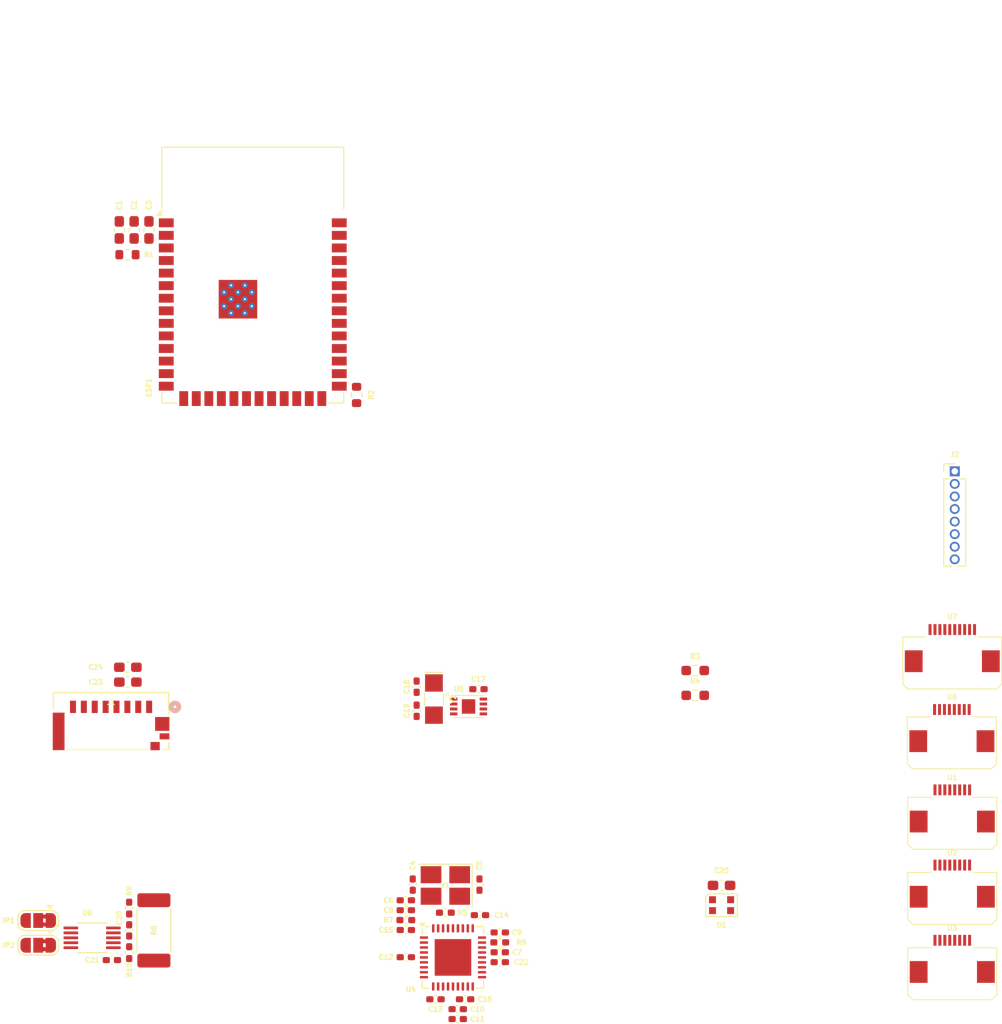
<source format=kicad_pcb>
(kicad_pcb (version 20240108) (generator "pcbnew") (generator_version "8.0")
  (layers (0 "F.Cu" signal) (31 "B.Cu" signal) (34 "B.Paste" user) (35 "F.Paste" user) (36 "B.SilkS" user "B.Silkscreen") (37 "F.SilkS" user "F.Silkscreen") (38 "B.Mask" user) (39 "F.Mask" user) (44 "Edge.Cuts" user))
  (net 0 "")
  (net 1 "Net-(ESP1-EN)")
  (net 2 "GND")
  (net 3 "+3V3")
  (net 4 "Net-(U4-CRFILT)")
  (net 5 "Net-(U4-PLLFILT)")
  (net 6 "Net-(U4-RESET_N)")
  (net 7 "Net-(U4-XTALIN{slash}CLKIN)")
  (net 8 "Net-(U4-XTALOUT)")
  (net 9 "Net-(U5-X1)")
  (net 10 "Net-(U5-X2)")
  (net 11 "Net-(U6-VIN-)")
  (net 12 "Net-(U6-VBUS)")
  (net 13 "+5VP")
  (net 39 "Net-(ESP1-GPIO0{slash}BOOT)")
  (net 48 "I2C SCL")
  (net 49 "I2C SDA")
  (net 50 "Net-(U4-RBIAS)")
  (net 51 "+5V")
  (net 52 "Gesture GPIO 1")
  (net 54 "Debug LED")
  (net 55 "Gesture GPIO 2")
  (net 56 "Snoot UART TX")
  (net 57 "Snoot USB -")
  (net 58 "Snoot USB +")
  (net 59 "Snoot UART RX")
  (net 69 "Power USB +")
  (net 73 "Power USB -")
  (net 76 "Net-(J3-Pin_1)")
  (net 78 "Net-(JP2-C)")
  (net 79 "Net-(JP1-C)")
  (net 80 "SD SPI CS")
  (net 81 "SD SPI CLK")
  (net 83 "SD SPI MOSI")
  (net 84 "SD SPI MISO")
  (net 86 "Photoresistor 1")
  (net 87 "Photoresistor 2")
  (net 88 "Fan 0")
  (net 89 "Mic Analog")
  (net 90 "Fan 1")
  (net 91 "Main USB -")
  (net 92 "Main USB +")
  (net 93 "HUD USB -")
  (net 94 "HUD USB +")
  (net 95 "HUD UART TX")
  (net 96 "HUD UART RX")
  (net 98 "Power UART TX")
  (net 99 "Power GPIO 1")
  (net 100 "Power UART RX")
  (net 101 "Power GPIO 0")
  (footprint "Connector_PinHeader_1.27mm:PinHeader_1x08_P1.27mm_Vertical" (layer "F.Cu") (at 118.25 138.11)
    (property "Reference" "J2" (at 0 -1.695 0) (layer "F.SilkS") (effects (font (size 0.5 0.5))))
    (property "Value" "C Pins" (hide yes))
    (pad "1" thru_hole rect (at 0 0) (size 1 1) (drill 0.65) (layers "*.Cu" "*.Mask") (net 2 "GND"))
    (pad "2" thru_hole oval (at 0 1.27) (size 1 1) (drill 0.65) (layers "*.Cu" "*.Mask") (net 96 "HUD UART RX"))
    (pad "3" thru_hole oval (at 0 2.54) (size 1 1) (drill 0.65) (layers "*.Cu" "*.Mask") (net 95 "HUD UART TX"))
    (pad "4" thru_hole oval (at 0 3.81) (size 1 1) (drill 0.65) (layers "*.Cu" "*.Mask") (net 51 "+5V"))
    (pad "5" thru_hole oval (at 0 5.08) (size 1 1) (drill 0.65) (layers "*.Cu" "*.Mask") (net 51 "+5V"))
    (pad "6" thru_hole oval (at 0 6.35) (size 1 1) (drill 0.65) (layers "*.Cu" "*.Mask") (net 94 "HUD USB +"))
    (pad "7" thru_hole oval (at 0 7.62) (size 1 1) (drill 0.65) (layers "*.Cu" "*.Mask") (net 93 "HUD USB -"))
    (pad "8" thru_hole oval (at 0 8.89) (size 1 1) (drill 0.65) (layers "*.Cu" "*.Mask") (net 2 "GND"))
  )
  (footprint "Capacitor_SMD:C_0402_1005Metric_Pad0.74x0.62mm_HandSolder" (layer "F.Cu") (at 63.43 179.8725 -90)
    (property "Reference" "C4" (at -1.9125 0 90) (layer "F.SilkS") (effects (font (size 0.5 0.5))))
    (property "Value" "18pf" (hide yes))
    (pad "1" smd roundrect (at -0.5675 0 270) (size 0.735 0.62) (layers "F.Cu" "F.Paste" "F.Mask") (net 2 "GND"))
    (pad "2" smd roundrect (at 0.5675 0 270) (size 0.735 0.62) (layers "F.Cu" "F.Paste" "F.Mask") (net 7 "Net-(U4-XTALIN{slash}CLKIN)"))
  )
  (footprint "Capacitor_SMD:C_0402_1005Metric_Pad0.74x0.62mm_HandSolder" (layer "F.Cu") (at 62.73 181.46 180)
    (property "Reference" "C6" (at 1.75 0 0) (layer "F.SilkS") (effects (font (size 0.5 0.5))))
    (property "Value" "1uF" (hide yes))
    (pad "1" smd roundrect (at -0.5675 0 180) (size 0.735 0.62) (layers "F.Cu" "F.Paste" "F.Mask") (net 5 "Net-(U4-PLLFILT)"))
    (pad "2" smd roundrect (at 0.5675 0 180) (size 0.735 0.62) (layers "F.Cu" "F.Paste" "F.Mask") (net 2 "GND"))
  )
  (footprint "Capacitor_SMD:C_0402_1005Metric_Pad0.74x0.62mm_HandSolder" (layer "F.Cu") (at 70.23 182.96)
    (property "Reference" "C14" (at 2.1825 0 0) (layer "F.SilkS") (effects (font (size 0.5 0.5))))
    (property "Value" "0.1uF" (hide yes))
    (pad "1" smd roundrect (at -0.5675 0) (size 0.735 0.62) (layers "F.Cu" "F.Paste" "F.Mask") (net 3 "+3V3"))
    (pad "2" smd roundrect (at 0.5675 0) (size 0.735 0.62) (layers "F.Cu" "F.Paste" "F.Mask") (net 2 "GND"))
  )
  (footprint "FFC:FFC-10-0.5" (layer "F.Cu") (at 118 154.75)
    (property "Reference" "U7" (at 0 -1.95 0) (layer "F.SilkS") (effects (font (size 0.5 0.5) (thickness 0.1))))
    (property "Value" "M FFC" (hide yes))
    (pad "" smd rect (at -3.9 2.55) (size 1.8 2.2) (layers "F.Cu" "F.Paste" "F.Mask"))
    (pad "" smd rect (at 3.9 2.55) (size 1.8 2.2) (layers "F.Cu" "F.Paste" "F.Mask"))
    (pad "1" smd rect (at -2.25 -0.65) (size 0.3 1.1) (layers "F.Cu" "F.Paste" "F.Mask") (net 2 "GND"))
    (pad "2" smd rect (at -1.75 -0.65) (size 0.3 1.1) (layers "F.Cu" "F.Paste" "F.Mask") (net 100 "Power UART RX"))
    (pad "3" smd rect (at -1.25 -0.649999) (size 0.3 1.1) (layers "F.Cu" "F.Paste" "F.Mask") (net 98 "Power UART TX"))
    (pad "4" smd rect (at -0.75 -0.65) (size 0.3 1.1) (layers "F.Cu" "F.Paste" "F.Mask") (net 101 "Power GPIO 0"))
    (pad "5" smd rect (at -0.25 -0.65) (size 0.3 1.1) (layers "F.Cu" "F.Paste" "F.Mask") (net 13 "+5VP"))
    (pad "6" smd rect (at 0.250001 -0.65) (size 0.3 1.1) (layers "F.Cu" "F.Paste" "F.Mask") (net 13 "+5VP"))
    (pad "7" smd rect (at 0.75 -0.65) (size 0.3 1.1) (layers "F.Cu" "F.Paste" "F.Mask") (net 99 "Power GPIO 1"))
    (pad "8" smd rect (at 1.249999 -0.65) (size 0.3 1.1) (layers "F.Cu" "F.Paste" "F.Mask") (net 69 "Power USB +"))
    (pad "9" smd rect (at 1.75 -0.65) (size 0.3 1.1) (layers "F.Cu" "F.Paste" "F.Mask") (net 73 "Power USB -"))
    (pad "10" smd rect (at 2.25 -0.65) (size 0.3 1.1) (layers "F.Cu" "F.Paste" "F.Mask") (net 2 "GND"))
  )
  (footprint "Capacitor_SMD:C_0402_1005Metric_Pad0.74x0.62mm_HandSolder" (layer "F.Cu") (at 72.23 186.71)
    (property "Reference" "C7" (at 1.75 0 0) (layer "F.SilkS") (effects (font (size 0.5 0.5))))
    (property "Value" "0.1uF" (hide yes))
    (pad "1" smd roundrect (at -0.5675 0) (size 0.735 0.62) (layers "F.Cu" "F.Paste" "F.Mask") (net 6 "Net-(U4-RESET_N)"))
    (pad "2" smd roundrect (at 0.5675 0) (size 0.735 0.62) (layers "F.Cu" "F.Paste" "F.Mask") (net 2 "GND"))
  )
  (footprint "Capacitor_SMD:C_0402_1005Metric_Pad0.74x0.62mm_HandSolder" (layer "F.Cu") (at 33 187.5 180)
    (property "Reference" "C21" (at 2 0 0) (layer "F.SilkS") (effects (font (size 0.5 0.5))))
    (property "Value" "0.1uF" (hide yes))
    (pad "1" smd roundrect (at -0.5675 0 180) (size 0.735 0.62) (layers "F.Cu" "F.Paste" "F.Mask") (net 3 "+3V3"))
    (pad "2" smd roundrect (at 0.5675 0 180) (size 0.735 0.62) (layers "F.Cu" "F.Paste" "F.Mask") (net 2 "GND"))
  )
  (footprint "FFC:FFC-8-0.5" (layer "F.Cu") (at 117.96 162.83)
    (property "Reference" "U8" (at 0 -1.9 0) (layer "F.SilkS") (effects (font (size 0.5 0.5) (thickness 0.1))))
    (property "Value" "F FFC" (hide yes))
    (pad "" smd rect (at -3.4 2.55) (size 1.8 2.2) (layers "F.Cu" "F.Paste" "F.Mask"))
    (pad "" smd rect (at 3.4 2.55) (size 1.8 2.2) (layers "F.Cu" "F.Paste" "F.Mask"))
    (pad "1" smd rect (at -1.75 -0.65) (size 0.3 1.1) (layers "F.Cu" "F.Paste" "F.Mask") (net 2 "GND"))
    (pad "2" smd rect (at -1.25 -0.65) (size 0.3 1.1) (layers "F.Cu" "F.Paste" "F.Mask") (net 89 "Mic Analog"))
    (pad "3" smd rect (at -0.75 -0.649999) (size 0.3 1.1) (layers "F.Cu" "F.Paste" "F.Mask") (net 3 "+3V3"))
    (pad "4" smd rect (at -0.25 -0.65) (size 0.3 1.1) (layers "F.Cu" "F.Paste" "F.Mask") (net 51 "+5V"))
    (pad "5" smd rect (at 0.25 -0.65) (size 0.3 1.1) (layers "F.Cu" "F.Paste" "F.Mask") (net 51 "+5V"))
    (pad "6" smd rect (at 0.750001 -0.65) (size 0.3 1.1) (layers "F.Cu" "F.Paste" "F.Mask") (net 88 "Fan 0"))
    (pad "7" smd rect (at 1.25 -0.65) (size 0.3 1.1) (layers "F.Cu" "F.Paste" "F.Mask") (net 90 "Fan 1"))
    (pad "8" smd rect (at 1.749999 -0.65) (size 0.3 1.1) (layers "F.Cu" "F.Paste" "F.Mask") (net 2 "GND"))
  )
  (footprint "Package_DFN_QFN:DFN-8-1EP_3x2mm_P0.5mm_EP1.36x1.46mm" (layer "F.Cu") (at 69.075 161.875)
    (property "Reference" "U5" (at -1 -1.75 0) (layer "F.SilkS") (effects (font (size 0.5 0.5))))
    (property "Value" "MCP7940N-xMNY" (hide yes))
    (pad "1" smd rect (at -1.5 -0.75) (size 0.75 0.3) (layers "F.Cu" "F.Paste" "F.Mask") (net 9 "Net-(U5-X1)"))
    (pad "2" smd rect (at -1.5 -0.25) (size 0.75 0.3) (layers "F.Cu" "F.Paste" "F.Mask") (net 10 "Net-(U5-X2)"))
    (pad "3" smd rect (at -1.5 0.25) (size 0.75 0.3) (layers "F.Cu" "F.Paste" "F.Mask") (net 76 "Net-(J3-Pin_1)"))
    (pad "4" smd rect (at -1.5 0.75) (size 0.75 0.3) (layers "F.Cu" "F.Paste" "F.Mask") (net 2 "GND"))
    (pad "5" smd rect (at 1.5 0.75) (size 0.75 0.3) (layers "F.Cu" "F.Paste" "F.Mask") (net 49 "I2C SDA"))
    (pad "6" smd rect (at 1.5 0.25) (size 0.75 0.3) (layers "F.Cu" "F.Paste" "F.Mask") (net 48 "I2C SCL"))
    (pad "7" smd rect (at 1.5 -0.25) (size 0.75 0.3) (layers "F.Cu" "F.Paste" "F.Mask"))
    (pad "8" smd rect (at 1.5 -0.75) (size 0.75 0.3) (layers "F.Cu" "F.Paste" "F.Mask") (net 3 "+3V3"))
    (pad "9" smd rect (at 0 0) (size 1.36 1.46) (layers "F.Cu" "F.Mask") (net 2 "GND"))
  )
  (footprint "Capacitor_SMD:C_0402_1005Metric_Pad0.74x0.62mm_HandSolder" (layer "F.Cu") (at 70.075 160.125 180)
    (property "Reference" "C17" (at 0 1 0) (layer "F.SilkS") (effects (font (size 0.5 0.5))))
    (property "Value" "0.1uF" (hide yes))
    (pad "1" smd roundrect (at -0.5675 0 180) (size 0.735 0.62) (layers "F.Cu" "F.Paste" "F.Mask") (net 3 "+3V3"))
    (pad "2" smd roundrect (at 0.5675 0 180) (size 0.735 0.62) (layers "F.Cu" "F.Paste" "F.Mask") (net 2 "GND"))
  )
  (footprint "Capacitor_SMD:C_0603_1608Metric_Pad1.08x0.95mm_HandSolder" (layer "F.Cu") (at 34.616619 159.41)
    (property "Reference" "C23" (at -3.25 0 0) (layer "F.SilkS") (effects (font (size 0.5 0.5))))
    (property "Value" "22uF" (hide yes))
    (pad "1" smd roundrect (at -0.8625 0) (size 1.075 0.95) (layers "F.Cu" "F.Paste" "F.Mask") (net 3 "+3V3"))
    (pad "2" smd roundrect (at 0.8625 0) (size 1.075 0.95) (layers "F.Cu" "F.Paste" "F.Mask") (net 2 "GND"))
  )
  (footprint "FFC:FFC-8-0.5" (layer "F.Cu") (at 118 186.15)
    (property "Reference" "U3" (at 0 -1.9 0) (layer "F.SilkS") (effects (font (size 0.5 0.5) (thickness 0.1))))
    (property "Value" "S FFC" (hide yes))
    (pad "" smd rect (at -3.4 2.55) (size 1.8 2.2) (layers "F.Cu" "F.Paste" "F.Mask"))
    (pad "" smd rect (at 3.4 2.55) (size 1.8 2.2) (layers "F.Cu" "F.Paste" "F.Mask"))
    (pad "1" smd rect (at -1.75 -0.65) (size 0.3 1.1) (layers "F.Cu" "F.Paste" "F.Mask") (net 2 "GND"))
    (pad "2" smd rect (at -1.25 -0.65) (size 0.3 1.1) (layers "F.Cu" "F.Paste" "F.Mask") (net 59 "Snoot UART RX"))
    (pad "3" smd rect (at -0.75 -0.649999) (size 0.3 1.1) (layers "F.Cu" "F.Paste" "F.Mask") (net 56 "Snoot UART TX"))
    (pad "4" smd rect (at -0.25 -0.65) (size 0.3 1.1) (layers "F.Cu" "F.Paste" "F.Mask") (net 51 "+5V"))
    (pad "5" smd rect (at 0.25 -0.65) (size 0.3 1.1) (layers "F.Cu" "F.Paste" "F.Mask") (net 51 "+5V"))
    (pad "6" smd rect (at 0.750001 -0.65) (size 0.3 1.1) (layers "F.Cu" "F.Paste" "F.Mask") (net 58 "Snoot USB +"))
    (pad "7" smd rect (at 1.25 -0.65) (size 0.3 1.1) (layers "F.Cu" "F.Paste" "F.Mask") (net 57 "Snoot USB -"))
    (pad "8" smd rect (at 1.749999 -0.65) (size 0.3 1.1) (layers "F.Cu" "F.Paste" "F.Mask") (net 2 "GND"))
  )
  (footprint "Crystal:Crystal_SMD_MicroCrystal_CC7V-T1A-2Pin_3.2x1.5mm_HandSoldering" (layer "F.Cu") (at 65.575 161.125 -90)
    (property "Reference" "Y2" (at 0 -1.95 90) (layer "F.SilkS") (effects (font (size 0.5 0.5))))
    (property "Value" "32.768KHz 8pf" (hide yes))
    (pad "1" smd rect (at -1.625 0 270) (size 1.75 1.8) (layers "F.Cu" "F.Paste" "F.Mask") (net 9 "Net-(U5-X1)"))
    (pad "2" smd rect (at 1.625 0 270) (size 1.75 1.8) (layers "F.Cu" "F.Paste" "F.Mask") (net 10 "Net-(U5-X2)"))
  )
  (footprint "Capacitor_SMD:C_0402_1005Metric_Pad0.74x0.62mm_HandSolder" (layer "F.Cu") (at 67.98 192.46)
    (property "Reference" "C10" (at 2 0 0) (layer "F.SilkS") (effects (font (size 0.5 0.5))))
    (property "Value" "1uF" (hide yes))
    (pad "1" smd roundrect (at -0.5675 0) (size 0.735 0.62) (layers "F.Cu" "F.Paste" "F.Mask") (net 4 "Net-(U4-CRFILT)"))
    (pad "2" smd roundrect (at 0.5675 0) (size 0.735 0.62) (layers "F.Cu" "F.Paste" "F.Mask") (net 2 "GND"))
  )
  (footprint "Capacitor_SMD:C_0402_1005Metric_Pad0.74x0.62mm_HandSolder" (layer "F.Cu") (at 70.18 179.8725 90)
    (property "Reference" "C5" (at 1.9125 0 90) (layer "F.SilkS") (effects (font (size 0.5 0.5))))
    (property "Value" "18pf" (hide yes))
    (pad "1" smd roundrect (at -0.5675 0 90) (size 0.735 0.62) (layers "F.Cu" "F.Paste" "F.Mask") (net 2 "GND"))
    (pad "2" smd roundrect (at 0.5675 0 90) (size 0.735 0.62) (layers "F.Cu" "F.Paste" "F.Mask") (net 8 "Net-(U4-XTALOUT)"))
  )
  (footprint "Resistor_SMD:R_0402_1005Metric_Pad0.72x0.64mm_HandSolder" (layer "F.Cu") (at 66.73 182.71 180)
    (property "Reference" "R5" (at -1.75 -0.01 0) (layer "F.SilkS") (effects (font (size 0.5 0.5))))
    (property "Value" "1M" (hide yes))
    (pad "1" smd roundrect (at -0.5975 0 180) (size 0.715 0.64) (layers "F.Cu" "F.Paste" "F.Mask") (net 8 "Net-(U4-XTALOUT)"))
    (pad "2" smd roundrect (at 0.5975 0 180) (size 0.715 0.64) (layers "F.Cu" "F.Paste" "F.Mask") (net 7 "Net-(U4-XTALIN{slash}CLKIN)"))
  )
  (footprint "Capacitor_SMD:C_0603_1608Metric_Pad1.08x0.95mm_HandSolder" (layer "F.Cu") (at 34.616619 157.91)
    (property "Reference" "C24" (at -3.25 0 0) (layer "F.SilkS") (effects (font (size 0.5 0.5))))
    (property "Value" "0.1uF" (hide yes))
    (pad "1" smd roundrect (at -0.8625 0) (size 1.075 0.95) (layers "F.Cu" "F.Paste" "F.Mask") (net 3 "+3V3"))
    (pad "2" smd roundrect (at 0.8625 0) (size 1.075 0.95) (layers "F.Cu" "F.Paste" "F.Mask") (net 2 "GND"))
  )
  (footprint "Resistor_SMD:R_0402_1005Metric_Pad0.72x0.64mm_HandSolder" (layer "F.Cu") (at 34.75 182.25 -90)
    (property "Reference" "R9" (at -1.75 0 90) (layer "F.SilkS") (effects (font (size 0.5 0.5))))
    (property "Value" "10" (hide yes))
    (pad "1" smd roundrect (at -0.5975 0 270) (size 0.715 0.64) (layers "F.Cu" "F.Paste" "F.Mask") (net 13 "+5VP"))
    (pad "2" smd roundrect (at 0.5975 0 270) (size 0.715 0.64) (layers "F.Cu" "F.Paste" "F.Mask") (net 12 "Net-(U6-VBUS)"))
  )
  (footprint "Resistor_SMD:R_0402_1005Metric_Pad0.72x0.64mm_HandSolder" (layer "F.Cu") (at 72.23 185.71)
    (property "Reference" "R6" (at 2.1825 -0.01 0) (layer "F.SilkS") (effects (font (size 0.5 0.5))))
    (property "Value" "100K" (hide yes))
    (pad "1" smd roundrect (at -0.5975 0) (size 0.715 0.64) (layers "F.Cu" "F.Paste" "F.Mask") (net 6 "Net-(U4-RESET_N)"))
    (pad "2" smd roundrect (at 0.5975 0) (size 0.715 0.64) (layers "F.Cu" "F.Paste" "F.Mask") (net 3 "+3V3"))
  )
  (footprint "Capacitor_SMD:C_0402_1005Metric_Pad0.74x0.62mm_HandSolder" (layer "F.Cu") (at 62.73 184.46 180)
    (property "Reference" "C15" (at 2 0 0) (layer "F.SilkS") (effects (font (size 0.5 0.5))))
    (property "Value" "0.1uF" (hide yes))
    (pad "1" smd roundrect (at -0.5675 0 180) (size 0.735 0.62) (layers "F.Cu" "F.Paste" "F.Mask") (net 3 "+3V3"))
    (pad "2" smd roundrect (at 0.5675 0 180) (size 0.735 0.62) (layers "F.Cu" "F.Paste" "F.Mask") (net 2 "GND"))
  )
  (footprint "Jumper:SolderJumper-3_P1.3mm_Bridged2Bar12_RoundedPad1.0x1.5mm" (layer "F.Cu") (at 25.55 186 180)
    (property "Reference" "JP2" (at 3.05 0 180) (layer "F.SilkS") (effects (font (size 0.5 0.5))))
    (property "Value" "Bit Set" (hide yes))
    (fp_poly (pts (xy -0.9 0.2) (xy -0.4 0.2) (xy -0.4 0.6) (xy -0.9 0.6)) (fill solid) (layer "F.Cu"))
    (fp_poly (pts (xy -0.9 -0.6) (xy -0.4 -0.6) (xy -0.4 -0.2) (xy -0.9 -0.2)) (fill solid) (layer "F.Cu"))
    (pad "1" smd custom (at -1.3 0 180) (size 1 0.5) (layers "F.Cu" "F.Mask") (net 2 "GND") (options (clearance outline) (anchor rect)) (primitives (gr_circle (center 0 0.25) (end 0.5 0.25) (width 0) (fill yes)) (gr_circle (center 0 -0.25) (end 0.5 -0.25) (width 0) (fill yes)) (gr_poly (pts (xy 0.55 0.75) (xy 0 0.75) (xy 0 -0.75) (xy 0.55 -0.75)) (width 0) (fill yes))))
    (pad "2" smd rect (at 0 0 180) (size 1 1.5) (layers "F.Cu" "F.Mask") (net 78 "Net-(JP2-C)"))
    (pad "3" smd custom (at 1.3 0 180) (size 1 0.5) (layers "F.Cu" "F.Mask") (net 3 "+3V3") (options (clearance outline) (anchor rect)) (primitives (gr_circle (center 0 0.25) (end 0.5 0.25) (width 0) (fill yes)) (gr_circle (center 0 -0.25) (end 0.5 -0.25) (width 0) (fill yes)) (gr_poly (pts (xy 0 0.75) (xy -0.55 0.75) (xy -0.55 -0.75) (xy 0 -0.75)) (width 0) (fill yes))))
  )
  (footprint "Resistor_SMD:R_2512_6332Metric_Pad1.40x3.35mm_HandSolder" (layer "F.Cu") (at 37.25 184.5 -90)
    (property "Reference" "R8" (at 0 0 90) (layer "F.SilkS") (effects (font (size 0.5 0.5))))
    (property "Value" "Shunt" (hide yes))
    (pad "1" smd roundrect (at -3.05 0 270) (size 1.4 3.35) (layers "F.Cu" "F.Paste" "F.Mask") (roundrect_rratio 0.178571) (net 13 "+5VP"))
    (pad "2" smd roundrect (at 3.05 0 270) (size 1.4 3.35) (layers "F.Cu" "F.Paste" "F.Mask") (roundrect_rratio 0.178571) (net 51 "+5V"))
  )
  (footprint "Micro SD:MicroSD_473092651" (layer "F.Cu") (at 32.922906 161.934)
    (property "Reference" "J1" (at 0 -0.5 0) (layer "F.SilkS") (effects (font (size 0.5 0.5) (thickness 0.1))))
    (property "Value" "MicroSD" (hide yes))
    (pad "1" smd rect (at 3.843712 -0.024) (size 0.6096 1.2446) (layers "F.Cu" "F.Paste" "F.Mask"))
    (pad "2" smd rect (at 2.743711 -0.024) (size 0.6096 1.2446) (layers "F.Cu" "F.Paste" "F.Mask") (net 80 "SD SPI CS"))
    (pad "3" smd rect (at 1.643711 -0.023999) (size 0.6096 1.2446) (layers "F.Cu" "F.Paste" "F.Mask") (net 83 "SD SPI MOSI"))
    (pad "4" smd rect (at 0.54371 -0.024) (size 0.6096 1.2446) (layers "F.Cu" "F.Paste" "F.Mask") (net 3 "+3V3"))
    (pad "5" smd rect (at -0.556287 -0.024) (size 0.6096 1.2446) (layers "F.Cu" "F.Paste" "F.Mask") (net 81 "SD SPI CLK"))
    (pad "6" smd rect (at -1.656288 -0.024) (size 0.6096 1.2446) (layers "F.Cu" "F.Paste" "F.Mask") (net 2 "GND"))
    (pad "7" smd rect (at -2.756288 -0.024) (size 0.6096 1.2446) (layers "F.Cu" "F.Paste" "F.Mask") (net 84 "SD SPI MISO"))
    (pad "8" smd rect (at -3.856288 -0.024) (size 0.6096 1.2446) (layers "F.Cu" "F.Paste" "F.Mask"))
    (pad "G1" smd rect (at -5.311712 2.456307) (size 1.1938 3.7846) (layers "F.Cu" "F.Paste" "F.Mask") (net 2 "GND"))
    (pad "G2" smd rect (at 5.1721 1.704005) (size 1.4478 1.4) (layers "F.Cu" "F.Paste" "F.Mask") (net 2 "GND"))
    (pad "G3" smd rect (at 5.400699 2.958806) (size 0.9906 0.6096) (layers "F.Cu" "F.Paste" "F.Mask") (net 2 "GND"))
    (pad "G4" smd rect (at 4.4482 3.9467) (size 0.9398 0.8382) (layers "F.Cu" "F.Paste" "F.Mask") (net 2 "GND"))
  )
  (footprint "Capacitor_SMD:C_0603_1608Metric_Pad1.08x0.95mm_HandSolder" (layer "F.Cu") (at 33.75 113.72 -90)
    (property "Reference" "C1" (at -2.5 0 -90) (layer "F.SilkS") (effects (font (size 0.5 0.5))))
    (property "Value" "1uF" (hide yes))
    (pad "1" smd roundrect (at -0.8625 0 270) (size 1.075 0.95) (layers "F.Cu" "F.Paste" "F.Mask") (net 2 "GND"))
    (pad "2" smd roundrect (at 0.8625 0 270) (size 1.075 0.95) (layers "F.Cu" "F.Paste" "F.Mask") (net 1 "Net-(ESP1-EN)"))
  )
  (footprint "INA220:SOP50P490X110-10N" (layer "F.Cu") (at 31 185.25)
    (property "Reference" "U6" (at -0.46 -2.508 0) (layer "F.SilkS") (effects (font (size 0.5 0.5))))
    (property "Value" "INA220AIDGSR" (hide yes))
    (pad "1" smd roundrect (at -2.15 -1) (size 1.47 0.28) (layers "F.Cu" "F.Paste" "F.Mask") (roundrect_rratio 0.125) (net 79 "Net-(JP1-C)"))
    (pad "2" smd roundrect (at -2.15 -0.5) (size 1.47 0.28) (layers "F.Cu" "F.Paste" "F.Mask") (roundrect_rratio 0.125) (net 78 "Net-(JP2-C)"))
    (pad "3" smd roundrect (at -2.15 0) (size 1.47 0.28) (layers "F.Cu" "F.Paste" "F.Mask") (roundrect_rratio 0.125))
    (pad "4" smd roundrect (at -2.15 0.5) (size 1.47 0.28) (layers "F.Cu" "F.Paste" "F.Mask") (roundrect_rratio 0.125) (net 49 "I2C SDA"))
    (pad "5" smd roundrect (at -2.15 1) (size 1.47 0.28) (layers "F.Cu" "F.Paste" "F.Mask") (roundrect_rratio 0.125) (net 48 "I2C SCL"))
    (pad "6" smd roundrect (at 2.15 1) (size 1.47 0.28) (layers "F.Cu" "F.Paste" "F.Mask") (roundrect_rratio 0.125) (net 3 "+3V3"))
    (pad "7" smd roundrect (at 2.15 0.5) (size 1.47 0.28) (layers "F.Cu" "F.Paste" "F.Mask") (roundrect_rratio 0.125) (net 2 "GND"))
    (pad "8" smd roundrect (at 2.15 0) (size 1.47 0.28) (layers "F.Cu" "F.Paste" "F.Mask") (roundrect_rratio 0.125) (net 12 "Net-(U6-VBUS)"))
    (pad "9" smd roundrect (at 2.15 -0.5) (size 1.47 0.28) (layers "F.Cu" "F.Paste" "F.Mask") (roundrect_rratio 0.125) (net 11 "Net-(U6-VIN-)"))
    (pad "10" smd roundrect (at 2.15 -1) (size 1.47 0.28) (layers "F.Cu" "F.Paste" "F.Mask") (roundrect_rratio 0.125) (net 12 "Net-(U6-VBUS)"))
  )
  (footprint "Capacitor_SMD:C_0402_1005Metric_Pad0.74x0.62mm_HandSolder" (layer "F.Cu") (at 63.825 159.875 90)
    (property "Reference" "C18" (at 0 -1 90) (layer "F.SilkS") (effects (font (size 0.5 0.5))))
    (property "Value" "10pf" (hide yes))
    (pad "1" smd roundrect (at -0.5675 0 90) (size 0.735 0.62) (layers "F.Cu" "F.Paste" "F.Mask") (net 9 "Net-(U5-X1)"))
    (pad "2" smd roundrect (at 0.5675 0 90) (size 0.735 0.62) (layers "F.Cu" "F.Paste" "F.Mask") (net 2 "GND"))
  )
  (footprint "Resistor_SMD:R_0603_1608Metric_Pad0.98x0.95mm_HandSolder" (layer "F.Cu") (at 92 158.24)
    (property "Reference" "R3" (at 0 -1.43 0) (layer "F.SilkS") (effects (font (size 0.5 0.5))))
    (property "Value" "10K" (hide yes))
    (pad "1" smd roundrect (at -0.9125 0) (size 0.975 0.95) (layers "F.Cu" "F.Paste" "F.Mask") (net 3 "+3V3"))
    (pad "2" smd roundrect (at 0.9125 0) (size 0.975 0.95) (layers "F.Cu" "F.Paste" "F.Mask") (net 48 "I2C SCL"))
  )
  (footprint "Jumper:SolderJumper-3_P1.3mm_Bridged2Bar12_RoundedPad1.0x1.5mm" (layer "F.Cu") (at 25.55 183.5 180)
    (property "Reference" "JP1" (at 3.05 0 180) (layer "F.SilkS") (effects (font (size 0.5 0.5))))
    (property "Value" "Bit Set" (hide yes))
    (fp_poly (pts (xy -0.9 0.2) (xy -0.4 0.2) (xy -0.4 0.6) (xy -0.9 0.6)) (fill solid) (layer "F.Cu"))
    (fp_poly (pts (xy -0.9 -0.6) (xy -0.4 -0.6) (xy -0.4 -0.2) (xy -0.9 -0.2)) (fill solid) (layer "F.Cu"))
    (pad "1" smd custom (at -1.3 0 180) (size 1 0.5) (layers "F.Cu" "F.Mask") (net 2 "GND") (options (clearance outline) (anchor rect)) (primitives (gr_circle (center 0 0.25) (end 0.5 0.25) (width 0) (fill yes)) (gr_circle (center 0 -0.25) (end 0.5 -0.25) (width 0) (fill yes)) (gr_poly (pts (xy 0.55 0.75) (xy 0 0.75) (xy 0 -0.75) (xy 0.55 -0.75)) (width 0) (fill yes))))
    (pad "2" smd rect (at 0 0 180) (size 1 1.5) (layers "F.Cu" "F.Mask") (net 79 "Net-(JP1-C)"))
    (pad "3" smd custom (at 1.3 0 180) (size 1 0.5) (layers "F.Cu" "F.Mask") (net 3 "+3V3") (options (clearance outline) (anchor rect)) (primitives (gr_circle (center 0 0.25) (end 0.5 0.25) (width 0) (fill yes)) (gr_circle (center 0 -0.25) (end 0.5 -0.25) (width 0) (fill yes)) (gr_poly (pts (xy 0 0.75) (xy -0.55 0.75) (xy -0.55 -0.75) (xy 0 -0.75)) (width 0) (fill yes))))
  )
  (footprint "Capacitor_SMD:C_0402_1005Metric_Pad0.74x0.62mm_HandSolder" (layer "F.Cu") (at 62.73 187.21 180)
    (property "Reference" "C12" (at 2 0 0) (layer "F.SilkS") (effects (font (size 0.5 0.5))))
    (property "Value" "0.1uF" (hide yes))
    (pad "1" smd roundrect (at -0.5675 0 180) (size 0.735 0.62) (layers "F.Cu" "F.Paste" "F.Mask") (net 3 "+3V3"))
    (pad "2" smd roundrect (at 0.5675 0 180) (size 0.735 0.62) (layers "F.Cu" "F.Paste" "F.Mask") (net 2 "GND"))
  )
  (footprint "Capacitor_SMD:C_0402_1005Metric_Pad0.74x0.62mm_HandSolder" (layer "F.Cu") (at 67.98 193.46)
    (property "Reference" "C11" (at 2 0 0) (layer "F.SilkS") (effects (font (size 0.5 0.5))))
    (property "Value" "0.1uF" (hide yes))
    (pad "1" smd roundrect (at -0.5675 0) (size 0.735 0.62) (layers "F.Cu" "F.Paste" "F.Mask") (net 4 "Net-(U4-CRFILT)"))
    (pad "2" smd roundrect (at 0.5675 0) (size 0.735 0.62) (layers "F.Cu" "F.Paste" "F.Mask") (net 2 "GND"))
  )
  (footprint "Resistor_SMD:R_0402_1005Metric_Pad0.72x0.64mm_HandSolder" (layer "F.Cu") (at 34.75 186.75 90)
    (property "Reference" "R10" (at -1.75 0 90) (layer "F.SilkS") (effects (font (size 0.5 0.5))))
    (property "Value" "10" (hide yes))
    (pad "1" smd roundrect (at -0.5975 0 90) (size 0.715 0.64) (layers "F.Cu" "F.Paste" "F.Mask") (net 51 "+5V"))
    (pad "2" smd roundrect (at 0.5975 0 90) (size 0.715 0.64) (layers "F.Cu" "F.Paste" "F.Mask") (net 11 "Net-(U6-VIN-)"))
  )
  (footprint "Capacitor_SMD:C_0402_1005Metric_Pad0.74x0.62mm_HandSolder" (layer "F.Cu") (at 72.23 187.71)
    (property "Reference" "C22" (at 2.1825 0 0) (layer "F.SilkS") (effects (font (size 0.5 0.5))))
    (property "Value" "0.1uF" (hide yes))
    (pad "1" smd roundrect (at -0.5675 0) (size 0.735 0.62) (layers "F.Cu" "F.Paste" "F.Mask") (net 3 "+3V3"))
    (pad "2" smd roundrect (at 0.5675 0) (size 0.735 0.62) (layers "F.Cu" "F.Paste" "F.Mask") (net 2 "GND"))
  )
  (footprint "Package_DFN_QFN:QFN-36-1EP_6x6mm_P0.5mm_EP3.7x3.7mm" (layer "F.Cu") (at 67.5 187.23)
    (property "Reference" "U4" (at -4.27 3.23 0) (layer "F.SilkS") (effects (font (size 0.5 0.5))))
    (property "Value" "USB2513B_Bi" (hide yes))
    (pad "1" smd roundrect (at -2.9375 -2) (size 0.825 0.25) (layers "F.Cu" "F.Paste" "F.Mask") (net 91 "Main USB -"))
    (pad "2" smd roundrect (at -2.9375 -1.5) (size 0.825 0.25) (layers "F.Cu" "F.Paste" "F.Mask") (net 92 "Main USB +"))
    (pad "3" smd roundrect (at -2.9375 -1) (size 0.825 0.25) (layers "F.Cu" "F.Paste" "F.Mask") (net 94 "HUD USB +"))
    (pad "4" smd roundrect (at -2.9375 -0.5) (size 0.825 0.25) (layers "F.Cu" "F.Paste" "F.Mask") (net 57 "Snoot USB -"))
    (pad "5" smd roundrect (at -2.9375 0) (size 0.825 0.25) (layers "F.Cu" "F.Paste" "F.Mask") (net 3 "+3V3"))
    (pad "6" smd roundrect (at -2.9375 0.5) (size 0.825 0.25) (layers "F.Cu" "F.Paste" "F.Mask") (net 58 "Snoot USB +"))
    (pad "7" smd roundrect (at -2.9375 1) (size 0.825 0.25) (layers "F.Cu" "F.Paste" "F.Mask") (net 93 "HUD USB -"))
    (pad "8" smd roundrect (at -2.9375 1.5) (size 0.825 0.25) (layers "F.Cu" "F.Paste" "F.Mask"))
    (pad "9" smd roundrect (at -2.9375 2) (size 0.825 0.25) (layers "F.Cu" "F.Paste" "F.Mask"))
    (pad "10" smd roundrect (at -2 2.9375) (size 0.25 0.825) (layers "F.Cu" "F.Paste" "F.Mask") (net 3 "+3V3"))
    (pad "11" smd roundrect (at -1.5 2.9375) (size 0.25 0.825) (layers "F.Cu" "F.Paste" "F.Mask") (net 2 "GND"))
    (pad "12" smd roundrect (at -1 2.9375) (size 0.25 0.825) (layers "F.Cu" "F.Paste" "F.Mask"))
    (pad "13" smd roundrect (at -0.5 2.9375) (size 0.25 0.825) (layers "F.Cu" "F.Paste" "F.Mask"))
    (pad "14" smd roundrect (at 0 2.9375) (size 0.25 0.825) (layers "F.Cu" "F.Paste" "F.Mask") (net 4 "Net-(U4-CRFILT)"))
    (pad "15" smd roundrect (at 0.5 2.9375) (size 0.25 0.825) (layers "F.Cu" "F.Paste" "F.Mask") (net 3 "+3V3"))
    (pad "16" smd roundrect (at 1 2.9375) (size 0.25 0.825) (layers "F.Cu" "F.Paste" "F.Mask"))
    (pad "17" smd roundrect (at 1.5 2.9375) (size 0.25 0.825) (layers "F.Cu" "F.Paste" "F.Mask"))
    (pad "18" smd roundrect (at 2 2.9375) (size 0.25 0.825) (layers "F.Cu" "F.Paste" "F.Mask"))
    (pad "19" smd roundrect (at 2.9375 2) (size 0.825 0.25) (layers "F.Cu" "F.Paste" "F.Mask"))
    (pad "20" smd roundrect (at 2.9375 1.5) (size 0.825 0.25) (layers "F.Cu" "F.Paste" "F.Mask"))
    (pad "21" smd roundrect (at 2.9375 1) (size 0.825 0.25) (layers "F.Cu" "F.Paste" "F.Mask"))
    (pad "22" smd roundrect (at 2.9375 0.5) (size 0.825 0.25) (layers "F.Cu" "F.Paste" "F.Mask"))
    (pad "23" smd roundrect (at 2.9375 0) (size 0.825 0.25) (layers "F.Cu" "F.Paste" "F.Mask") (net 3 "+3V3"))
    (pad "24" smd roundrect (at 2.9375 -0.5) (size 0.825 0.25) (layers "F.Cu" "F.Paste" "F.Mask"))
    (pad "25" smd roundrect (at 2.9375 -1) (size 0.825 0.25) (layers "F.Cu" "F.Paste" "F.Mask"))
    (pad "26" smd roundrect (at 2.9375 -1.5) (size 0.825 0.25) (layers "F.Cu" "F.Paste" "F.Mask") (net 6 "Net-(U4-RESET_N)"))
    (pad "27" smd roundrect (at 2.9375 -2) (size 0.825 0.25) (layers "F.Cu" "F.Paste" "F.Mask") (net 13 "+5VP"))
    (pad "28" smd roundrect (at 2 -2.9375) (size 0.25 0.825) (layers "F.Cu" "F.Paste" "F.Mask"))
    (pad "29" smd roundrect (at 1.5 -2.9375) (size 0.25 0.825) (layers "F.Cu" "F.Paste" "F.Mask") (net 3 "+3V3"))
    (pad "30" smd roundrect (at 1 -2.9375) (size 0.25 0.825) (layers "F.Cu" "F.Paste" "F.Mask") (net 73 "Power USB -"))
    (pad "31" smd roundrect (at 0.5 -2.9375) (size 0.25 0.825) (layers "F.Cu" "F.Paste" "F.Mask") (net 69 "Power USB +"))
    (pad "32" smd roundrect (at 0 -2.9375) (size 0.25 0.825) (layers "F.Cu" "F.Paste" "F.Mask") (net 8 "Net-(U4-XTALOUT)"))
    (pad "33" smd roundrect (at -0.5 -2.9375) (size 0.25 0.825) (layers "F.Cu" "F.Paste" "F.Mask") (net 7 "Net-(U4-XTALIN{slash}CLKIN)"))
    (pad "34" smd roundrect (at -1 -2.9375) (size 0.25 0.825) (layers "F.Cu" "F.Paste" "F.Mask") (net 5 "Net-(U4-PLLFILT)"))
    (pad "35" smd roundrect (at -1.5 -2.9375) (size 0.25 0.825) (layers "F.Cu" "F.Paste" "F.Mask") (net 50 "Net-(U4-RBIAS)"))
    (pad "36" smd roundrect (at -2 -2.9375) (size 0.25 0.825) (layers "F.Cu" "F.Paste" "F.Mask") (net 3 "+3V3"))
    (pad "37" smd rect (at 0 0) (size 3.7 3.7) (property pad_prop_heatsink) (layers "F.Cu" "F.Mask") (net 2 "GND"))
  )
  (footprint "Resistor_SMD:R_0603_1608Metric" (layer "F.Cu") (at 34.575 116.22 180)
    (property "Reference" "R1" (at -2.175 0 0) (layer "F.SilkS") (effects (font (size 0.5 0.5))))
    (property "Value" "10K" (hide yes))
    (pad "1" smd roundrect (at -0.825 0 180) (size 0.8 0.95) (layers "F.Cu" "F.Paste" "F.Mask") (net 3 "+3V3"))
    (pad "2" smd roundrect (at 0.825 0 180) (size 0.8 0.95) (layers "F.Cu" "F.Paste" "F.Mask") (net 1 "Net-(ESP1-EN)"))
  )
  (footprint "Resistor_SMD:R_0603_1608Metric" (layer "F.Cu") (at 57.75 130.395 90)
    (property "Reference" "R2" (at 0 1.5 90) (layer "F.SilkS") (effects (font (size 0.5 0.5))))
    (property "Value" "10K" (hide yes))
    (pad "1" smd roundrect (at -0.825 0 90) (size 0.8 0.95) (layers "F.Cu" "F.Paste" "F.Mask") (net 3 "+3V3"))
    (pad "2" smd roundrect (at 0.825 0 90) (size 0.8 0.95) (layers "F.Cu" "F.Paste" "F.Mask") (net 39 "Net-(ESP1-GPIO0{slash}BOOT)"))
  )
  (footprint "Capacitor_SMD:C_0402_1005Metric_Pad0.74x0.62mm_HandSolder" (layer "F.Cu") (at 72.23 184.71)
    (property "Reference" "C9" (at 1.75 0 0) (layer "F.SilkS") (effects (font (size 0.5 0.5))))
    (property "Value" "0.1uF" (hide yes))
    (pad "1" smd roundrect (at -0.5675 0) (size 0.735 0.62) (layers "F.Cu" "F.Paste" "F.Mask") (net 13 "+5VP"))
    (pad "2" smd roundrect (at 0.5675 0) (size 0.735 0.62) (layers "F.Cu" "F.Paste" "F.Mask") (net 2 "GND"))
  )
  (footprint "Capacitor_SMD:C_0603_1608Metric_Pad1.08x0.95mm_HandSolder" (layer "F.Cu") (at 94.665 179.95 180)
    (property "Reference" "C25" (at 0 1.5 0) (layer "F.SilkS") (effects (font (size 0.5 0.5))))
    (property "Value" "1uF" (hide yes))
    (pad "1" smd roundrect (at -0.8625 0 180) (size 1.075 0.95) (layers "F.Cu" "F.Paste" "F.Mask") (net 51 "+5V"))
    (pad "2" smd roundrect (at 0.8625 0 180) (size 1.075 0.95) (layers "F.Cu" "F.Paste" "F.Mask") (net 2 "GND"))
  )
  (footprint "Capacitor_SMD:C_0402_1005Metric_Pad0.74x0.62mm_HandSolder" (layer "F.Cu") (at 65.73 191.46)
    (property "Reference" "C13" (at 0 1 0) (layer "F.SilkS") (effects (font (size 0.5 0.5))))
    (property "Value" "0.1uF" (hide yes))
    (pad "1" smd roundrect (at -0.5675 0) (size 0.735 0.62) (layers "F.Cu" "F.Paste" "F.Mask") (net 3 "+3V3"))
    (pad "2" smd roundrect (at 0.5675 0) (size 0.735 0.62) (layers "F.Cu" "F.Paste" "F.Mask") (net 2 "GND"))
  )
  (footprint "Capacitor_SMD:C_0603_1608Metric_Pad1.08x0.95mm_HandSolder" (layer "F.Cu") (at 35.25 113.72 90)
    (property "Reference" "C2" (at 2.5 0 90) (layer "F.SilkS") (effects (font (size 0.5 0.5))))
    (property "Value" "22uF" (hide yes))
    (pad "1" smd roundrect (at -0.8625 0 90) (size 1.075 0.95) (layers "F.Cu" "F.Paste" "F.Mask") (net 3 "+3V3"))
    (pad "2" smd roundrect (at 0.8625 0 90) (size 1.075 0.95) (layers "F.Cu" "F.Paste" "F.Mask") (net 2 "GND"))
  )
  (footprint "Crystal:Crystal_SMD_SeikoEpson_TSX3225-4Pin_3.2x2.5mm_HandSoldering" (layer "F.Cu") (at 66.73 179.96 180)
    (property "Reference" "Y1" (at 0 0 0) (layer "F.SilkS") (effects (font (size 0.5 0.5))))
    (property "Value" "24MHz 18pF" (hide yes))
    (pad "1" smd rect (at -1.45 1.0875 180) (size 2.1 1.725) (layers "F.Cu" "F.Paste" "F.Mask") (net 8 "Net-(U4-XTALOUT)"))
    (pad "2" smd rect (at 1.45 1.0875 180) (size 2.1 1.725) (layers "F.Cu" "F.Paste" "F.Mask") (net 2 "GND"))
    (pad "3" smd rect (at 1.45 -1.0875 180) (size 2.1 1.725) (layers "F.Cu" "F.Paste" "F.Mask") (net 7 "Net-(U4-XTALIN{slash}CLKIN)"))
    (pad "4" smd rect (at -1.45 -1.0875 180) (size 2.1 1.725) (layers "F.Cu" "F.Paste" "F.Mask") (net 2 "GND"))
  )
  (footprint "LED_SMD:LED_WS2812B-2020_PLCC4_2.0x2.0mm" (layer "F.Cu") (at 94.665 181.95)
    (property "Reference" "D1" (at 0 2 0) (layer "F.SilkS") (effects (font (size 0.5 0.5))))
    (property "Value" "WS2812B-2020" (hide yes))
    (pad "1" smd rect (at -0.915 -0.55) (size 0.7 0.7) (layers "F.Cu" "F.Paste" "F.Mask"))
    (pad "2" smd rect (at -0.915 0.55) (size 0.7 0.7) (layers "F.Cu" "F.Paste" "F.Mask") (net 2 "GND"))
    (pad "3" smd rect (at 0.915 0.55) (size 0.7 0.7) (layers "F.Cu" "F.Paste" "F.Mask") (net 54 "Debug LED"))
    (pad "4" smd rect (at 0.915 -0.55) (size 0.7 0.7) (layers "F.Cu" "F.Paste" "F.Mask") (net 51 "+5V"))
  )
  (footprint "Capacitor_SMD:C_0402_1005Metric_Pad0.74x0.62mm_HandSolder" (layer "F.Cu") (at 63.825 162.3075 -90)
    (property "Reference" "C19" (at 0 1 90) (layer "F.SilkS") (effects (font (size 0.5 0.5))))
    (property "Value" "12pf" (hide yes))
    (pad "1" smd roundrect (at -0.5675 0 270) (size 0.735 0.62) (layers "F.Cu" "F.Paste" "F.Mask") (net 10 "Net-(U5-X2)"))
    (pad "2" smd roundrect (at 0.5675 0 270) (size 0.735 0.62) (layers "F.Cu" "F.Paste" "F.Mask") (net 2 "GND"))
  )
  (footprint "Capacitor_SMD:C_0603_1608Metric_Pad1.08x0.95mm_HandSolder" (layer "F.Cu") (at 36.75 113.72 90)
    (property "Reference" "C3" (at 2.5 0 90) (layer "F.SilkS") (effects (font (size 0.5 0.5))))
    (property "Value" "0.1uF" (hide yes))
    (pad "1" smd roundrect (at -0.8625 0 90) (size 1.075 0.95) (layers "F.Cu" "F.Paste" "F.Mask") (net 3 "+3V3"))
    (pad "2" smd roundrect (at 0.8625 0 90) (size 1.075 0.95) (layers "F.Cu" "F.Paste" "F.Mask") (net 2 "GND"))
  )
  (footprint "Resistor_SMD:R_0603_1608Metric_Pad0.98x0.95mm_HandSolder" (layer "F.Cu") (at 92 160.75)
    (property "Reference" "R4" (at 0 -1.43 0) (layer "F.SilkS") (effects (font (size 0.5 0.5))))
    (property "Value" "10K" (hide yes))
    (pad "1" smd roundrect (at -0.9125 0) (size 0.975 0.95) (layers "F.Cu" "F.Paste" "F.Mask") (net 3 "+3V3"))
    (pad "2" smd roundrect (at 0.9125 0) (size 0.975 0.95) (layers "F.Cu" "F.Paste" "F.Mask") (net 49 "I2C SDA"))
  )
  (footprint "Capacitor_SMD:C_0402_1005Metric_Pad0.74x0.62mm_HandSolder" (layer "F.Cu") (at 62.73 182.46 180)
    (property "Reference" "C8" (at 1.75 0 0) (layer "F.SilkS") (effects (font (size 0.5 0.5))))
    (property "Value" "0.1uF" (hide yes))
    (pad "1" smd roundrect (at -0.5675 0 180) (size 0.735 0.62) (layers "F.Cu" "F.Paste" "F.Mask") (net 5 "Net-(U4-PLLFILT)"))
    (pad "2" smd roundrect (at 0.5675 0 180) (size 0.735 0.62) (layers "F.Cu" "F.Paste" "F.Mask") (net 2 "GND"))
  )
  (footprint "Resistor_SMD:R_0402_1005Metric_Pad0.72x0.64mm_HandSolder" (layer "F.Cu") (at 62.73 183.46)
    (property "Reference" "R7" (at -1.75 0 0) (layer "F.SilkS") (effects (font (size 0.5 0.5))))
    (property "Value" "12K" (hide yes))
    (pad "1" smd roundrect (at -0.5975 0) (size 0.715 0.64) (layers "F.Cu" "F.Paste" "F.Mask") (net 2 "GND"))
    (pad "2" smd roundrect (at 0.5975 0) (size 0.715 0.64) (layers "F.Cu" "F.Paste" "F.Mask") (net 50 "Net-(U4-RBIAS)"))
  )
  (footprint "RF_Module:ESP32-S3-WROOM-1" (layer "F.Cu") (at 47.25 118.26)
    (property "Reference" "ESP1" (at -10.5 11.4 90) (layer "F.SilkS") (effects (font (size 0.5 0.5))))
    (property "Value" "ESP32-S3-WROOM-1" (hide yes))
    (pad "1" smd rect (at -8.75 -5.26) (size 1.5 0.9) (layers "F.Cu" "F.Paste" "F.Mask") (net 2 "GND"))
    (pad "2" smd rect (at -8.75 -3.99) (size 1.5 0.9) (layers "F.Cu" "F.Paste" "F.Mask") (net 3 "+3V3"))
    (pad "3" smd rect (at -8.75 -2.72) (size 1.5 0.9) (layers "F.Cu" "F.Paste" "F.Mask") (net 1 "Net-(ESP1-EN)"))
    (pad "4" smd rect (at -8.75 -1.45) (size 1.5 0.9) (layers "F.Cu" "F.Paste" "F.Mask"))
    (pad "5" smd rect (at -8.75 -0.18) (size 1.5 0.9) (layers "F.Cu" "F.Paste" "F.Mask"))
    (pad "6" smd rect (at -8.75 1.09) (size 1.5 0.9) (layers "F.Cu" "F.Paste" "F.Mask"))
    (pad "7" smd rect (at -8.75 2.36) (size 1.5 0.9) (layers "F.Cu" "F.Paste" "F.Mask"))
    (pad "8" smd rect (at -8.75 3.63) (size 1.5 0.9) (layers "F.Cu" "F.Paste" "F.Mask"))
    (pad "9" smd rect (at -8.75 4.9) (size 1.5 0.9) (layers "F.Cu" "F.Paste" "F.Mask"))
    (pad "10" smd rect (at -8.75 6.17) (size 1.5 0.9) (layers "F.Cu" "F.Paste" "F.Mask"))
    (pad "11" smd rect (at -8.75 7.44) (size 1.5 0.9) (layers "F.Cu" "F.Paste" "F.Mask"))
    (pad "12" smd rect (at -8.75 8.71) (size 1.5 0.9) (layers "F.Cu" "F.Paste" "F.Mask"))
    (pad "13" smd rect (at -8.75 9.98) (size 1.5 0.9) (layers "F.Cu" "F.Paste" "F.Mask") (net 91 "Main USB -"))
    (pad "14" smd rect (at -8.75 11.25 180) (size 1.5 0.9) (layers "F.Cu" "F.Paste" "F.Mask") (net 92 "Main USB +"))
    (pad "15" smd rect (at -6.985 12.5 270) (size 1.5 0.9) (layers "F.Cu" "F.Paste" "F.Mask"))
    (pad "16" smd rect (at -5.715 12.5 270) (size 1.5 0.9) (layers "F.Cu" "F.Paste" "F.Mask"))
    (pad "17" smd rect (at -4.445 12.5 270) (size 1.5 0.9) (layers "F.Cu" "F.Paste" "F.Mask"))
    (pad "18" smd rect (at -3.175 12.5 270) (size 1.5 0.9) (layers "F.Cu" "F.Paste" "F.Mask"))
    (pad "19" smd rect (at -1.905 12.5 270) (size 1.5 0.9) (layers "F.Cu" "F.Paste" "F.Mask"))
    (pad "20" smd rect (at -0.635 12.5 270) (size 1.5 0.9) (layers "F.Cu" "F.Paste" "F.Mask"))
    (pad "21" smd rect (at 0.635 12.5 270) (size 1.5 0.9) (layers "F.Cu" "F.Paste" "F.Mask"))
    (pad "22" smd rect (at 1.905 12.5 270) (size 1.5 0.9) (layers "F.Cu" "F.Paste" "F.Mask"))
    (pad "23" smd rect (at 3.175 12.5 270) (size 1.5 0.9) (layers "F.Cu" "F.Paste" "F.Mask"))
    (pad "24" smd rect (at 4.445 12.5 270) (size 1.5 0.9) (layers "F.Cu" "F.Paste" "F.Mask"))
    (pad "25" smd rect (at 5.715 12.5 270) (size 1.5 0.9) (layers "F.Cu" "F.Paste" "F.Mask"))
    (pad "26" smd rect (at 6.985 12.5 270) (size 1.5 0.9) (layers "F.Cu" "F.Paste" "F.Mask"))
    (pad "27" smd rect (at 8.75 11.25) (size 1.5 0.9) (layers "F.Cu" "F.Paste" "F.Mask") (net 39 "Net-(ESP1-GPIO0{slash}BOOT)"))
    (pad "28" smd rect (at 8.75 9.98) (size 1.5 0.9) (layers "F.Cu" "F.Paste" "F.Mask"))
    (pad "29" smd rect (at 8.75 8.71) (size 1.5 0.9) (layers "F.Cu" "F.Paste" "F.Mask"))
    (pad "30" smd rect (at 8.75 7.44) (size 1.5 0.9) (layers "F.Cu" "F.Paste" "F.Mask"))
    (pad "31" smd rect (at 8.75 6.17) (size 1.5 0.9) (layers "F.Cu" "F.Paste" "F.Mask"))
    (pad "32" smd rect (at 8.75 4.9) (size 1.5 0.9) (layers "F.Cu" "F.Paste" "F.Mask"))
    (pad "33" smd rect (at 8.75 3.63) (size 1.5 0.9) (layers "F.Cu" "F.Paste" "F.Mask"))
    (pad "34" smd rect (at 8.75 2.36) (size 1.5 0.9) (layers "F.Cu" "F.Paste" "F.Mask"))
    (pad "35" smd rect (at 8.75 1.09) (size 1.5 0.9) (layers "F.Cu" "F.Paste" "F.Mask"))
    (pad "36" smd rect (at 8.75 -0.18) (size 1.5 0.9) (layers "F.Cu" "F.Paste" "F.Mask"))
    (pad "37" smd rect (at 8.75 -1.45) (size 1.5 0.9) (layers "F.Cu" "F.Paste" "F.Mask"))
    (pad "38" smd rect (at 8.75 -2.72) (size 1.5 0.9) (layers "F.Cu" "F.Paste" "F.Mask"))
    (pad "39" smd rect (at 8.75 -3.99) (size 1.5 0.9) (layers "F.Cu" "F.Paste" "F.Mask"))
    (pad "40" smd rect (at 8.75 -5.26) (size 1.5 0.9) (layers "F.Cu" "F.Paste" "F.Mask") (net 2 "GND"))
    (pad "41" thru_hole circle (at -2.9 1.76 90) (size 0.6 0.6) (drill 0.2) (property pad_prop_heatsink) (layers "*.Cu" "F.Mask") (net 2 "GND"))
    (pad "41" thru_hole circle (at -2.9 3.16) (size 0.6 0.6) (drill 0.2) (property pad_prop_heatsink) (layers "*.Cu" "F.Mask") (net 2 "GND"))
    (pad "41" thru_hole circle (at -2.2 1.06) (size 0.6 0.6) (drill 0.2) (property pad_prop_heatsink) (layers "*.Cu" "F.Mask") (net 2 "GND"))
    (pad "41" thru_hole circle (at -2.2 2.46) (size 0.6 0.6) (drill 0.2) (property pad_prop_heatsink) (layers "*.Cu" "F.Mask") (net 2 "GND"))
    (pad "41" thru_hole circle (at -2.2 3.86) (size 0.6 0.6) (drill 0.2) (property pad_prop_heatsink) (layers "*.Cu" "F.Mask") (net 2 "GND"))
    (pad "41" thru_hole circle (at -1.5 1.76) (size 0.6 0.6) (drill 0.2) (property pad_prop_heatsink) (layers "*.Cu" "F.Mask") (net 2 "GND"))
    (pad "41" smd rect (at -1.5 2.46 270) (size 3.9 3.9) (property pad_prop_heatsink) (layers "F.Cu" "F.Mask") (net 2 "GND"))
    (pad "41" thru_hole circle (at -1.5 3.16) (size 0.6 0.6) (drill 0.2) (property pad_prop_heatsink) (layers "*.Cu" "F.Mask") (net 2 "GND"))
    (pad "41" thru_hole circle (at -0.8 1.06) (size 0.6 0.6) (drill 0.2) (property pad_prop_heatsink) (layers "*.Cu" "F.Mask") (net 2 "GND"))
    (pad "41" thru_hole circle (at -0.8 2.46) (size 0.6 0.6) (drill 0.2) (property pad_prop_heatsink) (layers "*.Cu" "F.Mask") (net 2 "GND"))
    (pad "41" thru_hole circle (at -0.8 3.86) (size 0.6 0.6) (drill 0.2) (property pad_prop_heatsink) (layers "*.Cu" "F.Mask") (net 2 "GND"))
    (pad "41" thru_hole circle (at -0.1 1.76) (size 0.6 0.6) (drill 0.2) (property pad_prop_heatsink) (layers "*.Cu" "F.Mask") (net 2 "GND"))
    (pad "41" thru_hole circle (at -0.1 3.16) (size 0.6 0.6) (drill 0.2) (property pad_prop_heatsink) (layers "*.Cu" "F.Mask") (net 2 "GND"))
  )
  (footprint "Capacitor_SMD:C_0402_1005Metric_Pad0.74x0.62mm_HandSolder" (layer "F.Cu") (at 34.75 184.5 -90)
    (property "Reference" "C20" (at -1.25 1 90) (layer "F.SilkS") (effects (font (size 0.5 0.5))))
    (property "Value" "1uF" (hide yes))
    (pad "1" smd roundrect (at -0.5675 0 270) (size 0.735 0.62) (layers "F.Cu" "F.Paste" "F.Mask") (net 12 "Net-(U6-VBUS)"))
    (pad "2" smd roundrect (at 0.5675 0 270) (size 0.735 0.62) (layers "F.Cu" "F.Paste" "F.Mask") (net 11 "Net-(U6-VIN-)"))
  )
  (footprint "FFC:FFC-8-0.5" (layer "F.Cu") (at 118 170.95)
    (property "Reference" "U1" (at 0 -1.9 0) (layer "F.SilkS") (effects (font (size 0.5 0.5) (thickness 0.1))))
    (property "Value" "G0 FFC" (hide yes))
    (pad "" smd rect (at -3.4 2.55) (size 1.8 2.2) (layers "F.Cu" "F.Paste" "F.Mask"))
    (pad "" smd rect (at 3.4 2.55) (size 1.8 2.2) (layers "F.Cu" "F.Paste" "F.Mask"))
    (pad "1" smd rect (at -1.75 -0.65) (size 0.3 1.1) (layers "F.Cu" "F.Paste" "F.Mask") (net 2 "GND"))
    (pad "2" smd rect (at -1.25 -0.65) (size 0.3 1.1) (layers "F.Cu" "F.Paste" "F.Mask") (net 49 "I2C SDA"))
    (pad "3" smd rect (at -0.75 -0.649999) (size 0.3 1.1) (layers "F.Cu" "F.Paste" "F.Mask") (net 48 "I2C SCL"))
    (pad "4" smd rect (at -0.25 -0.65) (size 0.3 1.1) (layers "F.Cu" "F.Paste" "F.Mask") (net 51 "+5V"))
    (pad "5" smd rect (at 0.25 -0.65) (size 0.3 1.1) (layers "F.Cu" "F.Paste" "F.Mask") (net 51 "+5V"))
    (pad "6" smd rect (at 0.750001 -0.65) (size 0.3 1.1) (layers "F.Cu" "F.Paste" "F.Mask") (net 52 "Gesture GPIO 1"))
    (pad "7" smd rect (at 1.25 -0.65) (size 0.3 1.1) (layers "F.Cu" "F.Paste" "F.Mask") (net 86 "Photoresistor 1"))
    (pad "8" smd rect (at 1.749999 -0.65) (size 0.3 1.1) (layers "F.Cu" "F.Paste" "F.Mask") (net 2 "GND"))
  )
  (footprint "FFC:FFC-8-0.5" (layer "F.Cu") (at 118 178.55)
    (property "Reference" "U2" (at 0 -1.9 0) (layer "F.SilkS") (effects (font (size 0.5 0.5) (thickness 0.1))))
    (property "Value" "G1 FFC" (hide yes))
    (pad "" smd rect (at -3.4 2.55) (size 1.8 2.2) (layers "F.Cu" "F.Paste" "F.Mask"))
    (pad "" smd rect (at 3.4 2.55) (size 1.8 2.2) (layers "F.Cu" "F.Paste" "F.Mask"))
    (pad "1" smd rect (at -1.75 -0.65) (size 0.3 1.1) (layers "F.Cu" "F.Paste" "F.Mask") (net 2 "GND"))
    (pad "2" smd rect (at -1.25 -0.65) (size 0.3 1.1) (layers "F.Cu" "F.Paste" "F.Mask") (net 49 "I2C SDA"))
    (pad "3" smd rect (at -0.75 -0.649999) (size 0.3 1.1) (layers "F.Cu" "F.Paste" "F.Mask") (net 48 "I2C SCL"))
    (pad "4" smd rect (at -0.25 -0.65) (size 0.3 1.1) (layers "F.Cu" "F.Paste" "F.Mask") (net 51 "+5V"))
    (pad "5" smd rect (at 0.25 -0.65) (size 0.3 1.1) (layers "F.Cu" "F.Paste" "F.Mask") (net 51 "+5V"))
    (pad "6" smd rect (at 0.750001 -0.65) (size 0.3 1.1) (layers "F.Cu" "F.Paste" "F.Mask") (net 55 "Gesture GPIO 2"))
    (pad "7" smd rect (at 1.25 -0.65) (size 0.3 1.1) (layers "F.Cu" "F.Paste" "F.Mask") (net 87 "Photoresistor 2"))
    (pad "8" smd rect (at 1.749999 -0.65) (size 0.3 1.1) (layers "F.Cu" "F.Paste" "F.Mask") (net 2 "GND"))
  )
  (footprint "Capacitor_SMD:C_0402_1005Metric_Pad0.74x0.62mm_HandSolder" (layer "F.Cu") (at 68.73 191.46)
    (property "Reference" "C16" (at 2 0 0) (layer "F.SilkS") (effects (font (size 0.5 0.5))))
    (property "Value" "0.1uF" (hide yes))
    (pad "1" smd roundrect (at -0.5675 0) (size 0.735 0.62) (layers "F.Cu" "F.Paste" "F.Mask") (net 3 "+3V3"))
    (pad "2" smd roundrect (at 0.5675 0) (size 0.735 0.62) (layers "F.Cu" "F.Paste" "F.Mask") (net 2 "GND"))
  )
)
</source>
